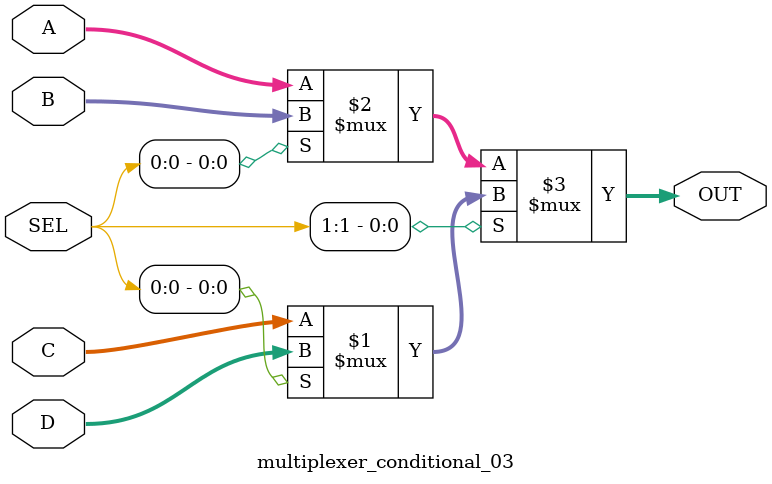
<source format=v>
module multiplexer_conditional_03(
    input [1:0] SEL,
    input [3:0] A,
    input [3:0] B,
    input [3:0] C,
    input [3:0] D,

    output reg [3:0] OUT
);
    assign OUT = SEL[1] ? (SEL[0] ? D:C) : (SEL[0] ? B:A);
    
endmodule

</source>
